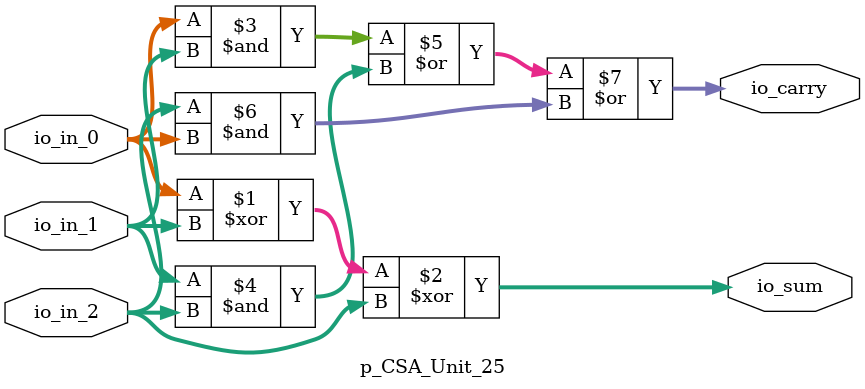
<source format=sv>
module p_CSA_Unit_25(
  input  [11:0] io_in_0,
                io_in_1,
                io_in_2,
  output [11:0] io_sum,
                io_carry
);

  assign io_sum = io_in_0 ^ io_in_1 ^ io_in_2;
  assign io_carry = io_in_0 & io_in_1 | io_in_1 & io_in_2 | io_in_2 & io_in_0;
endmodule


</source>
